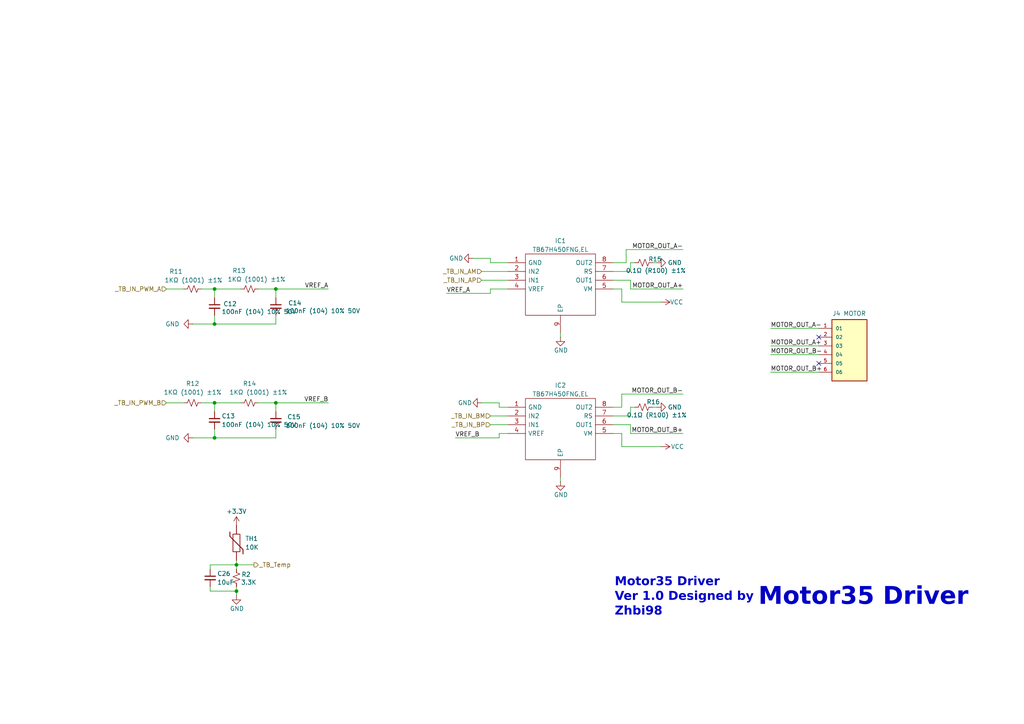
<source format=kicad_sch>
(kicad_sch (version 20231120) (generator "eeschema") (generator_version "8.0")
  (paper "A4")
  (lib_symbols
    (symbol "3rd_Connector_Generic:CONN_1x6P" (pin_names (offset 1.016))
      (property "Reference" "J" (at 0 8.89 0))
      (property "Value" "CONN_1x6P" (at -5.08 -12.7 0))
      (symbol "CONN_1x6P_0_0"
        (rectangle (start -5.08 7.62) (end 5.08 -10.16) (stroke (width 0.254)) (fill (type background)))
        (pin passive line (at -8.89 5.08 0) (length 3.81) (name "01") (number "1"))
        (pin passive line (at -8.89 2.54 0) (length 3.81) (name "02") (number "2"))
        (pin passive line (at -8.89 0 0) (length 3.81) (name "03") (number "3"))
        (pin passive line (at -8.89 -2.54 0) (length 3.81) (name "04") (number "4"))
        (pin passive line (at -8.89 -5.08 0) (length 3.81) (name "05") (number "5"))
        (pin passive line (at -8.89 -7.62 0) (length 3.81) (name "06") (number "6"))
      )
    )
    (symbol "3rd_Driver_Motor:TB67H450FNG,EL" (pin_names (offset 0.762))
      (property "Reference" "IC" (at 26.67 7.62 0))
      (property "Value" "TB67H450FNG,EL" (at 26.67 5.08 0))
      (symbol "TB67H450FNG,EL_0_0"
        (pin passive line (at 0 0 0) (length 5.08) (name "GND") (number "1"))
        (pin passive line (at 0 -2.54 0) (length 5.08) (name "IN2") (number "2"))
        (pin passive line (at 0 -5.08 0) (length 5.08) (name "IN1") (number "3"))
        (pin passive line (at 0 -7.62 0) (length 5.08) (name "VREF") (number "4"))
        (pin passive line (at 30.48 -7.62 180) (length 5.08) (name "VM") (number "5"))
        (pin passive line (at 30.48 -5.08 180) (length 5.08) (name "OUT1") (number "6"))
        (pin passive line (at 30.48 -2.54 180) (length 5.08) (name "RS") (number "7"))
        (pin passive line (at 30.48 0 180) (length 5.08) (name "OUT2") (number "8"))
        (pin passive line (at 15.24 -20.32 90) (length 5.08) (name "EP") (number "9"))
      )
      (symbol "TB67H450FNG,EL_0_1"
        (polyline (pts (xy 5.08 2.54) (xy 25.4 2.54) (xy 25.4 -15.24) (xy 5.08 -15.24) (xy 5.08 2.54)) (stroke (width 0.1524)))
      )
    )
    (symbol "Device:C_Small" (pin_numbers hide) (pin_names (offset 0.254) hide)
      (property "Reference" "C" (at 0.254 1.778 0))
      (property "Value" "C_Small" (at 0.254 -2.032 0))
      (symbol "C_Small_0_1"
        (polyline (pts (xy -1.524 -0.508) (xy 1.524 -0.508)) (stroke (width 0.3302)))
        (polyline (pts (xy -1.524 0.508) (xy 1.524 0.508)) (stroke (width 0.3048)))
      )
      (symbol "C_Small_1_1"
        (pin passive line (at 0 2.54 270) (length 2.032) (name "~") (number "1"))
        (pin passive line (at 0 -2.54 90) (length 2.032) (name "~") (number "2"))
      )
    )
    (symbol "Device:R_Small_US" (pin_numbers hide) (pin_names (offset 0.254) hide)
      (property "Reference" "R" (at 0.762 0.508 0))
      (property "Value" "R_Small_US" (at 0.762 -1.016 0))
      (symbol "R_Small_US_1_1"
        (polyline (pts (xy 0 0) (xy 1.016 -0.381) (xy 0 -0.762) (xy -1.016 -1.143) (xy 0 -1.524)))
        (polyline (pts (xy 0 1.524) (xy 1.016 1.143) (xy 0 0.762) (xy -1.016 0.381) (xy 0 0)))
        (pin passive line (at 0 2.54 270) (length 1.016) (name "~") (number "1"))
        (pin passive line (at 0 -2.54 90) (length 1.016) (name "~") (number "2"))
      )
    )
    (symbol "Device:Thermistor" (pin_numbers hide) (pin_names (offset 0))
      (property "Reference" "TH" (at 2.54 1.27 90))
      (property "Value" "Thermistor" (at -2.54 0 90))
      (symbol "Thermistor_0_1"
        (rectangle (start -1.016 2.54) (end 1.016 -2.54) (stroke (width 0.2032)))
        (polyline (pts (xy -1.905 3.175) (xy -1.905 1.905) (xy 1.905 -1.905) (xy 1.905 -3.175) (xy 1.905 -3.175)) (stroke (width 0.254)))
      )
      (symbol "Thermistor_1_1"
        (pin passive line (at 0 5.08 270) (length 2.54) (name "~") (number "1"))
        (pin passive line (at 0 -5.08 90) (length 2.54) (name "~") (number "2"))
      )
    )
    (symbol "TB67H450FNG,EL_1" (pin_names (offset 0.762))
      (property "Reference" "IC" (at 26.67 7.62 0))
      (property "Value" "TB67H450FNG,EL" (at 26.67 5.08 0))
      (symbol "TB67H450FNG,EL_1_0_0"
        (pin passive line (at 0 0 0) (length 5.08) (name "GND") (number "1"))
        (pin passive line (at 0 -2.54 0) (length 5.08) (name "IN2") (number "2"))
        (pin passive line (at 0 -5.08 0) (length 5.08) (name "IN1") (number "3"))
        (pin passive line (at 0 -7.62 0) (length 5.08) (name "VREF") (number "4"))
        (pin passive line (at 30.48 -7.62 180) (length 5.08) (name "VM") (number "5"))
        (pin passive line (at 30.48 -5.08 180) (length 5.08) (name "OUT1") (number "6"))
        (pin passive line (at 30.48 -2.54 180) (length 5.08) (name "RS") (number "7"))
        (pin passive line (at 30.48 0 180) (length 5.08) (name "OUT2") (number "8"))
        (pin passive line (at 15.24 -20.32 90) (length 5.08) (name "EP") (number "9"))
      )
      (symbol "TB67H450FNG,EL_1_0_1"
        (polyline (pts (xy 5.08 2.54) (xy 25.4 2.54) (xy 25.4 -15.24) (xy 5.08 -15.24) (xy 5.08 2.54)) (stroke (width 0.1524)))
      )
    )
    (symbol "power:+3.3V" (power) (pin_numbers hide) (pin_names (offset 0) hide)
      (property "Value" "+3.3V" (at 0 3.556 0))
      (symbol "+3.3V_0_1"
        (polyline (pts (xy -0.762 1.27) (xy 0 2.54)))
        (polyline (pts (xy 0 0) (xy 0 2.54)))
        (polyline (pts (xy 0 2.54) (xy 0.762 1.27)))
      )
      (symbol "+3.3V_1_1"
        (pin power_in line (at 0 0 90) (length 0) (name "~") (number "1"))
      )
    )
    (symbol "power:GND" (power) (pin_numbers hide) (pin_names (offset 0) hide)
      (property "Value" "GND" (at 0 -3.81 0))
      (symbol "GND_0_1"
        (polyline (pts (xy 0 0) (xy 0 -1.27) (xy 1.27 -1.27) (xy 0 -2.54) (xy -1.27 -1.27) (xy 0 -1.27)))
      )
      (symbol "GND_1_1"
        (pin power_in line (at 0 0 270) (length 0) (name "~") (number "1"))
      )
    )
    (symbol "power:VCC" (power) (pin_numbers hide) (pin_names (offset 0) hide)
      (property "Value" "VCC" (at 0 3.556 0))
      (symbol "VCC_0_1"
        (polyline (pts (xy -0.762 1.27) (xy 0 2.54)))
        (polyline (pts (xy 0 0) (xy 0 2.54)))
        (polyline (pts (xy 0 2.54) (xy 0.762 1.27)))
      )
      (symbol "VCC_1_1"
        (pin power_in line (at 0 0 90) (length 0) (name "~") (number "1"))
      )
    )
  )
  (junction (at 68.58 163.83))
  (junction (at 62.23 116.84))
  (junction (at 80.01 83.82))
  (junction (at 62.23 83.82))
  (junction (at 62.23 127))
  (junction (at 68.58 171.45))
  (junction (at 80.01 116.84))
  (junction (at 62.23 93.98))
  (no_connect (at 237.49 105.41))
  (no_connect (at 237.49 97.79))
  (wire (pts (xy 62.23 116.84) (xy 69.85 116.84)))
  (wire (pts (xy 181.61 76.2) (xy 181.61 72.39)))
  (wire (pts (xy 177.8 123.19) (xy 182.88 123.19)))
  (wire (pts (xy 80.01 116.84) (xy 95.25 116.84)))
  (wire (pts (xy 74.93 116.84) (xy 80.01 116.84)))
  (wire (pts (xy 189.23 118.11) (xy 190.5 118.11)))
  (wire (pts (xy 177.8 125.73) (xy 180.34 125.73)))
  (wire (pts (xy 177.8 81.28) (xy 182.88 81.28)))
  (wire (pts (xy 62.23 93.98) (xy 80.01 93.98)))
  (wire (pts (xy 144.78 118.11) (xy 147.32 118.11)))
  (wire (pts (xy 180.34 129.54) (xy 191.77 129.54)))
  (wire (pts (xy 144.78 125.73) (xy 144.78 127)))
  (wire (pts (xy 139.7 116.84) (xy 144.78 116.84)))
  (wire (pts (xy 80.01 116.84) (xy 80.01 119.38)))
  (wire (pts (xy 60.96 163.83) (xy 68.58 163.83)))
  (wire (pts (xy 180.34 125.73) (xy 180.34 129.54)))
  (wire (pts (xy 137.16 74.93) (xy 142.24 74.93)))
  (wire (pts (xy 68.58 163.83) (xy 68.58 165.1)))
  (wire (pts (xy 58.42 116.84) (xy 62.23 116.84)))
  (wire (pts (xy 180.34 83.82) (xy 180.34 87.63)))
  (wire (pts (xy 223.52 100.33) (xy 237.49 100.33)))
  (wire (pts (xy 144.78 125.73) (xy 147.32 125.73)))
  (wire (pts (xy 180.34 87.63) (xy 191.77 87.63)))
  (wire (pts (xy 139.7 81.28) (xy 147.32 81.28)))
  (wire (pts (xy 144.78 116.84) (xy 144.78 118.11)))
  (wire (pts (xy 142.24 76.2) (xy 147.32 76.2)))
  (wire (pts (xy 182.88 123.19) (xy 182.88 125.73)))
  (wire (pts (xy 182.88 81.28) (xy 182.88 83.82)))
  (wire (pts (xy 129.54 85.09) (xy 142.24 85.09)))
  (wire (pts (xy 182.88 118.11) (xy 184.15 118.11)))
  (wire (pts (xy 182.88 83.82) (xy 198.12 83.82)))
  (wire (pts (xy 142.24 120.65) (xy 147.32 120.65)))
  (wire (pts (xy 68.58 162.56) (xy 68.58 163.83)))
  (wire (pts (xy 189.23 76.2) (xy 190.5 76.2)))
  (wire (pts (xy 180.34 118.11) (xy 180.34 114.3)))
  (wire (pts (xy 182.88 125.73) (xy 198.12 125.73)))
  (wire (pts (xy 62.23 91.44) (xy 62.23 93.98)))
  (wire (pts (xy 68.58 163.83) (xy 73.66 163.83)))
  (wire (pts (xy 177.8 83.82) (xy 180.34 83.82)))
  (wire (pts (xy 162.56 138.43) (xy 162.56 139.7)))
  (wire (pts (xy 80.01 83.82) (xy 95.25 83.82)))
  (wire (pts (xy 62.23 116.84) (xy 62.23 119.38)))
  (wire (pts (xy 182.88 76.2) (xy 184.15 76.2)))
  (wire (pts (xy 223.52 107.95) (xy 237.49 107.95)))
  (wire (pts (xy 62.23 83.82) (xy 69.85 83.82)))
  (wire (pts (xy 180.34 114.3) (xy 198.12 114.3)))
  (wire (pts (xy 60.96 163.83) (xy 60.96 165.1)))
  (wire (pts (xy 177.8 76.2) (xy 181.61 76.2)))
  (wire (pts (xy 62.23 127) (xy 80.01 127)))
  (wire (pts (xy 142.24 123.19) (xy 147.32 123.19)))
  (wire (pts (xy 132.08 127) (xy 144.78 127)))
  (wire (pts (xy 62.23 124.46) (xy 62.23 127)))
  (wire (pts (xy 223.52 95.25) (xy 237.49 95.25)))
  (wire (pts (xy 74.93 83.82) (xy 80.01 83.82)))
  (wire (pts (xy 182.88 118.11) (xy 182.88 120.65)))
  (wire (pts (xy 68.58 171.45) (xy 68.58 170.18)))
  (wire (pts (xy 80.01 93.98) (xy 80.01 91.44)))
  (wire (pts (xy 181.61 72.39) (xy 198.12 72.39)))
  (wire (pts (xy 182.88 78.74) (xy 177.8 78.74)))
  (wire (pts (xy 162.56 96.52) (xy 162.56 97.79)))
  (wire (pts (xy 60.96 171.45) (xy 68.58 171.45)))
  (wire (pts (xy 55.88 93.98) (xy 62.23 93.98)))
  (wire (pts (xy 223.52 102.87) (xy 237.49 102.87)))
  (wire (pts (xy 142.24 83.82) (xy 147.32 83.82)))
  (wire (pts (xy 55.88 127) (xy 62.23 127)))
  (wire (pts (xy 142.24 83.82) (xy 142.24 85.09)))
  (wire (pts (xy 58.42 83.82) (xy 62.23 83.82)))
  (wire (pts (xy 62.23 83.82) (xy 62.23 86.36)))
  (wire (pts (xy 80.01 83.82) (xy 80.01 86.36)))
  (wire (pts (xy 80.01 127) (xy 80.01 124.46)))
  (wire (pts (xy 182.88 120.65) (xy 177.8 120.65)))
  (wire (pts (xy 182.88 76.2) (xy 182.88 78.74)))
  (wire (pts (xy 68.58 172.72) (xy 68.58 171.45)))
  (wire (pts (xy 177.8 118.11) (xy 180.34 118.11)))
  (wire (pts (xy 48.26 116.84) (xy 53.34 116.84)))
  (wire (pts (xy 60.96 171.45) (xy 60.96 170.18)))
  (wire (pts (xy 139.7 78.74) (xy 147.32 78.74)))
  (wire (pts (xy 48.26 83.82) (xy 53.34 83.82)))
  (wire (pts (xy 142.24 74.93) (xy 142.24 76.2)))
  (text "Motor35 Driver\nVer 1.0 Designed by\nZhbi98" (at 178.308 179.578 0) (effects (font (size 2.54 2.54) (bold yes)) (justify left bottom)))
  (text "Motor35 Driver" (at 219.964 177.546 0) (effects (font (size 5.08 5.08) (thickness 0.508) (bold yes) (italic yes)) (justify left bottom)))
  (label "VREF_B" (at 132.08 127 0))
  (label "MOTOR_OUT_B-" (at 198.12 114.3 180))
  (label "VREF_A" (at 129.54 85.09 0))
  (label "VREF_B" (at 95.25 116.84 180))
  (label "MOTOR_OUT_A+" (at 198.12 83.82 180))
  (label "MOTOR_OUT_A-" (at 223.52 95.25 0))
  (label "MOTOR_OUT_B+" (at 198.12 125.73 180))
  (label "MOTOR_OUT_B-" (at 223.52 102.87 0))
  (label "MOTOR_OUT_B+" (at 223.52 107.95 0))
  (label "MOTOR_OUT_A-" (at 198.12 72.39 180))
  (label "VREF_A" (at 95.25 83.82 180))
  (label "MOTOR_OUT_A+" (at 223.52 100.33 0))
  (hierarchical_label "_TB_Temp" (shape output) (at 73.66 163.83 0))
  (hierarchical_label "_TB_IN_AP" (shape input) (at 139.7 81.28 180))
  (hierarchical_label "_TB_IN_BP" (shape input) (at 142.24 123.19 180))
  (hierarchical_label "_TB_IN_PWM_A" (shape input) (at 48.26 83.82 180))
  (hierarchical_label "_TB_IN_PWM_B" (shape input) (at 48.26 116.84 180))
  (hierarchical_label "_TB_IN_BM" (shape input) (at 142.24 120.65 180))
  (hierarchical_label "_TB_IN_AM" (shape input) (at 139.7 78.74 180))
  (symbol (lib_id "Device:R_Small_US") (at 55.88 83.82 90) (unit 1)
    (property "Reference" "R11" (at 51.054 78.74 90))
    (property "Value" "1KΩ (1001) ±1%" (at 56.134 81.28 90))
    (property "Footprint" "Resistor_SMD:R_0603_1608Metric" (effects (hide yes)))
    (property "Description" "Resistor, small US symbol" (effects (hide yes)))
  )
  (symbol (lib_id "Device:R_Small_US") (at 186.69 76.2 90) (unit 1)
    (property "Reference" "R15" (at 189.992 75.184 90))
    (property "Value" "0.1Ω (R100) ±1%" (at 190.246 78.486 90))
    (property "Footprint" "Resistor_SMD:R_1206_3216Metric" (effects (hide yes)))
    (property "Description" "Resistor, small US symbol" (effects (hide yes)))
  )
  (symbol (lib_id "Device:C_Small") (at 62.23 88.9 0) (unit 1)
    (property "Reference" "C12" (at 64.77 88.138 0) (effects (justify left)))
    (property "Value" "100nF (104) 10% 50V" (at 64.262 90.424 0) (effects (justify left)))
    (property "Footprint" "Capacitor_SMD:C_0603_1608Metric" (effects (hide yes)))
    (property "Description" "Unpolarized capacitor, small symbol" (effects (hide yes)))
  )
  (symbol (lib_id "Device:C_Small") (at 62.23 121.92 0) (unit 1)
    (property "Reference" "C13" (at 64.262 120.6562 0) (effects (justify left)))
    (property "Value" "100nF (104) 10% 50V" (at 64.262 123.19 0) (effects (justify left)))
    (property "Footprint" "Capacitor_SMD:C_0603_1608Metric" (effects (hide yes)))
    (property "Description" "Unpolarized capacitor, small symbol" (effects (hide yes)))
  )
  (symbol (lib_id "power:GND") (at 190.5 118.11 90) (unit 1)
    (property "Reference" "#PWR031" (effects (hide yes)))
    (property "Value" "GND" (at 193.675 118.11 90) (effects (justify right)))
    (property "Description" "Power symbol creates a global label with name \"GND\" , ground" (effects (hide yes)))
  )
  (symbol (lib_id "Device:Thermistor") (at 68.58 157.48 0) (unit 1)
    (property "Reference" "TH1" (at 71.12 156.21 0) (effects (justify left)))
    (property "Value" "10K" (at 71.12 158.75 0) (effects (justify left)))
    (property "Footprint" "Resistor_SMD:R_0603_1608Metric" (effects (hide yes)))
    (property "Description" "Temperature dependent resistor" (effects (hide yes)))
  )
  (symbol (lib_id "3rd_Driver_Motor:TB67H450FNG,EL") (at 147.32 118.11 0) (unit 1)
    (property "Reference" "IC2" (at 162.56 111.76 0))
    (property "Value" "TB67H450FNG,EL" (at 162.56 114.3 0))
    (property "Footprint" "3rd_Driver_Motor:SOIC-8_L4.8-W5.8-P1.27_TB67H450FNG" (effects (hide yes)))
    (property "Datasheet" "http://toshiba.semicon-storage.com/info/docget.jsp?did=65346&prodName=TB67H450FNG" (effects (hide yes)))
    (property "Description" "Motor / Motion / Ignition Controllers & Drivers Brushed Motor Driver IC, 50V, 3.5A, TSSOP8 Package, PB-FREE" (effects (hide yes)))
    (property "Height" "1.75" (effects (hide yes)))
    (property "Manufacturer_Name" "Toshiba" (effects (hide yes)))
    (property "Manufacturer_Part_Number" "TB67H450FNG,EL" (effects (hide yes)))
    (property "Mouser Part Number" "757-TB67H450FNGEL" (effects (hide yes)))
    (property "Mouser Price/Stock" "https://www.mouser.co.uk/ProductDetail/Toshiba/TB67H450FNGEL?qs=h6V4JsTaLXeReNg2bp0jug%3D%3D" (effects (hide yes)))
    (property "Arrow Part Number" "TB67H450FNG,EL" (effects (hide yes)))
    (property "Arrow Price/Stock" "https://www.arrow.com/en/products/tb67h450fngel/toshiba?region=nac" (effects (hide yes)))
  )
  (symbol (lib_id "power:GND") (at 55.88 93.98 270) (unit 1)
    (property "Reference" "#PWR022" (effects (hide yes)))
    (property "Value" "GND" (at 52.07 93.9799 90) (effects (justify right)))
    (property "Description" "Power symbol creates a global label with name \"GND\" , ground" (effects (hide yes)))
  )
  (symbol (lib_id "Device:R_Small_US") (at 186.69 118.11 90) (unit 1)
    (property "Reference" "R16" (at 189.484 116.586 90))
    (property "Value" "0.1Ω (R100) ±1%" (at 190.5 120.396 90))
    (property "Footprint" "Resistor_SMD:R_1206_3216Metric" (effects (hide yes)))
    (property "Description" "Resistor, small US symbol" (effects (hide yes)))
  )
  (symbol (lib_id "power:GND") (at 68.58 172.72 0) (unit 1)
    (property "Reference" "#PWR03" (effects (hide yes)))
    (property "Value" "GND" (at 66.675 176.53 0) (effects (justify left)))
    (property "Description" "Power symbol creates a global label with name \"GND\" , ground" (effects (hide yes)))
  )
  (symbol (lib_id "Device:R_Small_US") (at 68.58 167.64 180) (unit 1)
    (property "Reference" "R2" (at 71.374 166.624 0))
    (property "Value" "3.3K" (at 72.136 168.91 0))
    (property "Footprint" "Resistor_SMD:R_0603_1608Metric" (effects (hide yes)))
    (property "Description" "Resistor, small US symbol" (effects (hide yes)))
  )
  (symbol (lib_id "power:GND") (at 162.56 97.79 0) (unit 1)
    (property "Reference" "#PWR026" (effects (hide yes)))
    (property "Value" "GND" (at 160.655 101.6 0) (effects (justify left)))
    (property "Description" "Power symbol creates a global label with name \"GND\" , ground" (effects (hide yes)))
  )
  (symbol (lib_id "power:GND") (at 162.56 139.7 0) (unit 1)
    (property "Reference" "#PWR027" (effects (hide yes)))
    (property "Value" "GND" (at 160.655 143.51 0) (effects (justify left)))
    (property "Description" "Power symbol creates a global label with name \"GND\" , ground" (effects (hide yes)))
  )
  (symbol (lib_id "Device:C_Small") (at 60.96 167.64 0) (unit 1)
    (property "Reference" "C26" (at 62.992 166.3762 0) (effects (justify left)))
    (property "Value" "10uF" (at 62.992 168.91 0) (effects (justify left)))
    (property "Footprint" "Capacitor_SMD:C_0603_1608Metric" (effects (hide yes)))
    (property "Description" "Unpolarized capacitor, small symbol" (effects (hide yes)))
  )
  (symbol (lib_id "3rd_Connector_Generic:CONN_1x6P") (at 246.38 100.33 0) (unit 1)
    (property "Reference" "J4" (at 241.427 90.932 0) (effects (justify left)))
    (property "Value" "MOTOR" (at 244.602 90.932 0) (effects (justify left)))
    (property "Footprint" "3rd_Connector_JST_SMD:CONN-SMD_1x6P-P2.0-H_WAFER-PH2.0-6PWB" (effects (hide yes)))
    (property "MANUFACTURER" "SAMTEC" (effects (hide yes)))
  )
  (symbol (lib_id "power:GND") (at 190.5 76.2 90) (unit 1)
    (property "Reference" "#PWR030" (effects (hide yes)))
    (property "Value" "GND" (at 193.675 76.2 90) (effects (justify right)))
    (property "Description" "Power symbol creates a global label with name \"GND\" , ground" (effects (hide yes)))
  )
  (symbol (lib_id "power:VCC") (at 191.77 129.54 270) (unit 1)
    (property "Reference" "#PWR029" (effects (hide yes)))
    (property "Value" "VCC" (at 194.564 129.54 90) (effects (justify left)))
    (property "Description" "Power symbol creates a global label with name \"VCC\"" (effects (hide yes)))
  )
  (symbol (lib_id "power:GND") (at 137.16 74.93 270) (unit 1)
    (property "Reference" "#PWR024" (effects (hide yes)))
    (property "Value" "GND" (at 134.366 74.93 90) (effects (justify right)))
    (property "Description" "Power symbol creates a global label with name \"GND\" , ground" (effects (hide yes)))
  )
  (symbol (lib_id "power:+3.3V") (at 68.58 152.4 0) (unit 1)
    (property "Reference" "#PWR04" (effects (hide yes)))
    (property "Value" "+3.3V" (at 68.58 148.336 0))
    (property "Description" "Power symbol creates a global label with name \"+3.3V\"" (effects (hide yes)))
  )
  (symbol (lib_id "Device:C_Small") (at 80.01 121.92 0) (unit 1)
    (property "Reference" "C15" (at 83.312 120.904 0) (effects (justify left)))
    (property "Value" "100nF (104) 10% 50V" (at 82.804 123.444 0) (effects (justify left)))
    (property "Footprint" "Capacitor_SMD:C_0603_1608Metric" (effects (hide yes)))
    (property "Description" "Unpolarized capacitor, small symbol" (effects (hide yes)))
  )
  (symbol (lib_id "Device:C_Small") (at 80.01 88.9 0) (unit 1)
    (property "Reference" "C14" (at 83.566 87.884 0) (effects (justify left)))
    (property "Value" "100nF (104) 10% 50V" (at 82.804 90.17 0) (effects (justify left)))
    (property "Footprint" "Capacitor_SMD:C_0603_1608Metric" (effects (hide yes)))
    (property "Description" "Unpolarized capacitor, small symbol" (effects (hide yes)))
  )
  (symbol (lib_id "Device:R_Small_US") (at 55.88 116.84 90) (unit 1)
    (property "Reference" "R12" (at 55.88 111.252 90))
    (property "Value" "1KΩ (1001) ±1%" (at 55.88 113.792 90))
    (property "Footprint" "Resistor_SMD:R_0603_1608Metric" (effects (hide yes)))
    (property "Description" "Resistor, small US symbol" (effects (hide yes)))
  )
  (symbol (lib_id "Device:R_Small_US") (at 72.39 83.82 90) (unit 1)
    (property "Reference" "R13" (at 69.342 78.486 90))
    (property "Value" "1KΩ (1001) ±1%" (at 74.422 81.026 90))
    (property "Footprint" "Resistor_SMD:R_0603_1608Metric" (effects (hide yes)))
    (property "Description" "Resistor, small US symbol" (effects (hide yes)))
  )
  (symbol (lib_id "power:GND") (at 55.88 127 270) (unit 1)
    (property "Reference" "#PWR023" (effects (hide yes)))
    (property "Value" "GND" (at 52.07 126.9999 90) (effects (justify right)))
    (property "Description" "Power symbol creates a global label with name \"GND\" , ground" (effects (hide yes)))
  )
  (symbol (lib_id "power:VCC") (at 191.77 87.63 270) (unit 1)
    (property "Reference" "#PWR028" (effects (hide yes)))
    (property "Value" "VCC" (at 194.31 87.63 90) (effects (justify left)))
    (property "Description" "Power symbol creates a global label with name \"VCC\"" (effects (hide yes)))
  )
  (symbol (lib_id "Device:R_Small_US") (at 72.39 116.84 90) (unit 1)
    (property "Reference" "R14" (at 72.39 111.252 90))
    (property "Value" "1KΩ (1001) ±1%" (at 74.93 113.792 90))
    (property "Footprint" "Resistor_SMD:R_0603_1608Metric" (effects (hide yes)))
    (property "Description" "Resistor, small US symbol" (effects (hide yes)))
  )
  (symbol (lib_name "TB67H450FNG,EL_1") (lib_id "3rd_Driver_Motor:TB67H450FNG,EL") (at 147.32 76.2 0) (unit 1)
    (property "Reference" "IC1" (at 162.56 69.85 0))
    (property "Value" "TB67H450FNG,EL" (at 162.56 72.39 0))
    (property "Footprint" "3rd_Driver_Motor:SOIC-8_L4.8-W5.8-P1.27_TB67H450FNG" (effects (hide yes)))
    (property "Datasheet" "http://toshiba.semicon-storage.com/info/docget.jsp?did=65346&prodName=TB67H450FNG" (effects (hide yes)))
    (property "Description" "Motor / Motion / Ignition Controllers & Drivers Brushed Motor Driver IC, 50V, 3.5A, TSSOP8 Package, PB-FREE" (effects (hide yes)))
    (property "Height" "1.75" (effects (hide yes)))
    (property "Manufacturer_Name" "Toshiba" (effects (hide yes)))
    (property "Manufacturer_Part_Number" "TB67H450FNG,EL" (effects (hide yes)))
    (property "Mouser Part Number" "757-TB67H450FNGEL" (effects (hide yes)))
    (property "Mouser Price/Stock" "https://www.mouser.co.uk/ProductDetail/Toshiba/TB67H450FNGEL?qs=h6V4JsTaLXeReNg2bp0jug%3D%3D" (effects (hide yes)))
    (property "Arrow Part Number" "TB67H450FNG,EL" (effects (hide yes)))
    (property "Arrow Price/Stock" "https://www.arrow.com/en/products/tb67h450fngel/toshiba?region=nac" (effects (hide yes)))
  )
  (symbol (lib_id "power:GND") (at 139.7 116.84 270) (unit 1)
    (property "Reference" "#PWR025" (effects (hide yes)))
    (property "Value" "GND" (at 136.906 116.84 90) (effects (justify right)))
    (property "Description" "Power symbol creates a global label with name \"GND\" , ground" (effects (hide yes)))
  )
)
</source>
